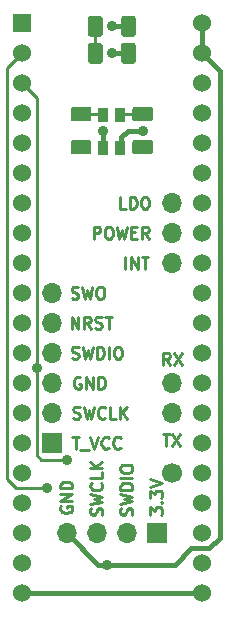
<source format=gtl>
G04 #@! TF.GenerationSoftware,KiCad,Pcbnew,5.1.4*
G04 #@! TF.CreationDate,2019-09-02T18:10:03+03:00*
G04 #@! TF.ProjectId,bluepill_stlink,626c7565-7069-46c6-9c5f-73746c696e6b,rev?*
G04 #@! TF.SameCoordinates,Original*
G04 #@! TF.FileFunction,Copper,L1,Top*
G04 #@! TF.FilePolarity,Positive*
%FSLAX46Y46*%
G04 Gerber Fmt 4.6, Leading zero omitted, Abs format (unit mm)*
G04 Created by KiCad (PCBNEW 5.1.4) date 2019-09-02 18:10:03*
%MOMM*%
%LPD*%
G04 APERTURE LIST*
%ADD10C,0.250000*%
%ADD11O,1.700000X1.700000*%
%ADD12R,0.900000X1.200000*%
%ADD13C,1.700000*%
%ADD14R,1.700000X1.700000*%
%ADD15C,1.524000*%
%ADD16R,1.524000X1.524000*%
%ADD17C,0.100000*%
%ADD18C,1.250000*%
%ADD19C,0.900000*%
%ADD20C,0.400000*%
G04 APERTURE END LIST*
D10*
X31472476Y-43632380D02*
X31472476Y-42632380D01*
X31853428Y-42632380D01*
X31948666Y-42680000D01*
X31996285Y-42727619D01*
X32043904Y-42822857D01*
X32043904Y-42965714D01*
X31996285Y-43060952D01*
X31948666Y-43108571D01*
X31853428Y-43156190D01*
X31472476Y-43156190D01*
X32662952Y-42632380D02*
X32853428Y-42632380D01*
X32948666Y-42680000D01*
X33043904Y-42775238D01*
X33091523Y-42965714D01*
X33091523Y-43299047D01*
X33043904Y-43489523D01*
X32948666Y-43584761D01*
X32853428Y-43632380D01*
X32662952Y-43632380D01*
X32567714Y-43584761D01*
X32472476Y-43489523D01*
X32424857Y-43299047D01*
X32424857Y-42965714D01*
X32472476Y-42775238D01*
X32567714Y-42680000D01*
X32662952Y-42632380D01*
X33424857Y-42632380D02*
X33662952Y-43632380D01*
X33853428Y-42918095D01*
X34043904Y-43632380D01*
X34282000Y-42632380D01*
X34662952Y-43108571D02*
X34996285Y-43108571D01*
X35139142Y-43632380D02*
X34662952Y-43632380D01*
X34662952Y-42632380D01*
X35139142Y-42632380D01*
X36139142Y-43632380D02*
X35805809Y-43156190D01*
X35567714Y-43632380D02*
X35567714Y-42632380D01*
X35948666Y-42632380D01*
X36043904Y-42680000D01*
X36091523Y-42727619D01*
X36139142Y-42822857D01*
X36139142Y-42965714D01*
X36091523Y-43060952D01*
X36043904Y-43108571D01*
X35948666Y-43156190D01*
X35567714Y-43156190D01*
X34210714Y-41092380D02*
X33734523Y-41092380D01*
X33734523Y-40092380D01*
X34544047Y-41092380D02*
X34544047Y-40092380D01*
X34782142Y-40092380D01*
X34925000Y-40140000D01*
X35020238Y-40235238D01*
X35067857Y-40330476D01*
X35115476Y-40520952D01*
X35115476Y-40663809D01*
X35067857Y-40854285D01*
X35020238Y-40949523D01*
X34925000Y-41044761D01*
X34782142Y-41092380D01*
X34544047Y-41092380D01*
X35734523Y-40092380D02*
X35925000Y-40092380D01*
X36020238Y-40140000D01*
X36115476Y-40235238D01*
X36163095Y-40425714D01*
X36163095Y-40759047D01*
X36115476Y-40949523D01*
X36020238Y-41044761D01*
X35925000Y-41092380D01*
X35734523Y-41092380D01*
X35639285Y-41044761D01*
X35544047Y-40949523D01*
X35496428Y-40759047D01*
X35496428Y-40425714D01*
X35544047Y-40235238D01*
X35639285Y-40140000D01*
X35734523Y-40092380D01*
X34147238Y-46172380D02*
X34147238Y-45172380D01*
X34623428Y-46172380D02*
X34623428Y-45172380D01*
X35194857Y-46172380D01*
X35194857Y-45172380D01*
X35528190Y-45172380D02*
X36099619Y-45172380D01*
X35813904Y-46172380D02*
X35813904Y-45172380D01*
X32154761Y-67031904D02*
X32202380Y-66889047D01*
X32202380Y-66650952D01*
X32154761Y-66555714D01*
X32107142Y-66508095D01*
X32011904Y-66460476D01*
X31916666Y-66460476D01*
X31821428Y-66508095D01*
X31773809Y-66555714D01*
X31726190Y-66650952D01*
X31678571Y-66841428D01*
X31630952Y-66936666D01*
X31583333Y-66984285D01*
X31488095Y-67031904D01*
X31392857Y-67031904D01*
X31297619Y-66984285D01*
X31250000Y-66936666D01*
X31202380Y-66841428D01*
X31202380Y-66603333D01*
X31250000Y-66460476D01*
X31202380Y-66127142D02*
X32202380Y-65889047D01*
X31488095Y-65698571D01*
X32202380Y-65508095D01*
X31202380Y-65270000D01*
X32107142Y-64317619D02*
X32154761Y-64365238D01*
X32202380Y-64508095D01*
X32202380Y-64603333D01*
X32154761Y-64746190D01*
X32059523Y-64841428D01*
X31964285Y-64889047D01*
X31773809Y-64936666D01*
X31630952Y-64936666D01*
X31440476Y-64889047D01*
X31345238Y-64841428D01*
X31250000Y-64746190D01*
X31202380Y-64603333D01*
X31202380Y-64508095D01*
X31250000Y-64365238D01*
X31297619Y-64317619D01*
X32202380Y-63412857D02*
X32202380Y-63889047D01*
X31202380Y-63889047D01*
X32202380Y-63079523D02*
X31202380Y-63079523D01*
X32202380Y-62508095D02*
X31630952Y-62936666D01*
X31202380Y-62508095D02*
X31773809Y-63079523D01*
X34694761Y-67016047D02*
X34742380Y-66873190D01*
X34742380Y-66635095D01*
X34694761Y-66539857D01*
X34647142Y-66492238D01*
X34551904Y-66444619D01*
X34456666Y-66444619D01*
X34361428Y-66492238D01*
X34313809Y-66539857D01*
X34266190Y-66635095D01*
X34218571Y-66825571D01*
X34170952Y-66920809D01*
X34123333Y-66968428D01*
X34028095Y-67016047D01*
X33932857Y-67016047D01*
X33837619Y-66968428D01*
X33790000Y-66920809D01*
X33742380Y-66825571D01*
X33742380Y-66587476D01*
X33790000Y-66444619D01*
X33742380Y-66111285D02*
X34742380Y-65873190D01*
X34028095Y-65682714D01*
X34742380Y-65492238D01*
X33742380Y-65254142D01*
X34742380Y-64873190D02*
X33742380Y-64873190D01*
X33742380Y-64635095D01*
X33790000Y-64492238D01*
X33885238Y-64397000D01*
X33980476Y-64349380D01*
X34170952Y-64301761D01*
X34313809Y-64301761D01*
X34504285Y-64349380D01*
X34599523Y-64397000D01*
X34694761Y-64492238D01*
X34742380Y-64635095D01*
X34742380Y-64873190D01*
X34742380Y-63873190D02*
X33742380Y-63873190D01*
X33742380Y-63206523D02*
X33742380Y-63016047D01*
X33790000Y-62920809D01*
X33885238Y-62825571D01*
X34075714Y-62777952D01*
X34409047Y-62777952D01*
X34599523Y-62825571D01*
X34694761Y-62920809D01*
X34742380Y-63016047D01*
X34742380Y-63206523D01*
X34694761Y-63301761D01*
X34599523Y-63397000D01*
X34409047Y-63444619D01*
X34075714Y-63444619D01*
X33885238Y-63397000D01*
X33790000Y-63301761D01*
X33742380Y-63206523D01*
X28710000Y-66293904D02*
X28662380Y-66389142D01*
X28662380Y-66532000D01*
X28710000Y-66674857D01*
X28805238Y-66770095D01*
X28900476Y-66817714D01*
X29090952Y-66865333D01*
X29233809Y-66865333D01*
X29424285Y-66817714D01*
X29519523Y-66770095D01*
X29614761Y-66674857D01*
X29662380Y-66532000D01*
X29662380Y-66436761D01*
X29614761Y-66293904D01*
X29567142Y-66246285D01*
X29233809Y-66246285D01*
X29233809Y-66436761D01*
X29662380Y-65817714D02*
X28662380Y-65817714D01*
X29662380Y-65246285D01*
X28662380Y-65246285D01*
X29662380Y-64770095D02*
X28662380Y-64770095D01*
X28662380Y-64532000D01*
X28710000Y-64389142D01*
X28805238Y-64293904D01*
X28900476Y-64246285D01*
X29090952Y-64198666D01*
X29233809Y-64198666D01*
X29424285Y-64246285D01*
X29519523Y-64293904D01*
X29614761Y-64389142D01*
X29662380Y-64532000D01*
X29662380Y-64770095D01*
X36282380Y-67008190D02*
X36282380Y-66389142D01*
X36663333Y-66722476D01*
X36663333Y-66579619D01*
X36710952Y-66484380D01*
X36758571Y-66436761D01*
X36853809Y-66389142D01*
X37091904Y-66389142D01*
X37187142Y-66436761D01*
X37234761Y-66484380D01*
X37282380Y-66579619D01*
X37282380Y-66865333D01*
X37234761Y-66960571D01*
X37187142Y-67008190D01*
X37187142Y-65960571D02*
X37234761Y-65912952D01*
X37282380Y-65960571D01*
X37234761Y-66008190D01*
X37187142Y-65960571D01*
X37282380Y-65960571D01*
X36282380Y-65579619D02*
X36282380Y-64960571D01*
X36663333Y-65293904D01*
X36663333Y-65151047D01*
X36710952Y-65055809D01*
X36758571Y-65008190D01*
X36853809Y-64960571D01*
X37091904Y-64960571D01*
X37187142Y-65008190D01*
X37234761Y-65055809D01*
X37282380Y-65151047D01*
X37282380Y-65436761D01*
X37234761Y-65532000D01*
X37187142Y-65579619D01*
X36282380Y-64674857D02*
X37282380Y-64341523D01*
X36282380Y-64008190D01*
X37933333Y-54300380D02*
X37600000Y-53824190D01*
X37361904Y-54300380D02*
X37361904Y-53300380D01*
X37742857Y-53300380D01*
X37838095Y-53348000D01*
X37885714Y-53395619D01*
X37933333Y-53490857D01*
X37933333Y-53633714D01*
X37885714Y-53728952D01*
X37838095Y-53776571D01*
X37742857Y-53824190D01*
X37361904Y-53824190D01*
X38266666Y-53300380D02*
X38933333Y-54300380D01*
X38933333Y-53300380D02*
X38266666Y-54300380D01*
X37338095Y-60158380D02*
X37909523Y-60158380D01*
X37623809Y-61158380D02*
X37623809Y-60158380D01*
X38147619Y-60158380D02*
X38814285Y-61158380D01*
X38814285Y-60158380D02*
X38147619Y-61158380D01*
X29607047Y-48664761D02*
X29749904Y-48712380D01*
X29988000Y-48712380D01*
X30083238Y-48664761D01*
X30130857Y-48617142D01*
X30178476Y-48521904D01*
X30178476Y-48426666D01*
X30130857Y-48331428D01*
X30083238Y-48283809D01*
X29988000Y-48236190D01*
X29797523Y-48188571D01*
X29702285Y-48140952D01*
X29654666Y-48093333D01*
X29607047Y-47998095D01*
X29607047Y-47902857D01*
X29654666Y-47807619D01*
X29702285Y-47760000D01*
X29797523Y-47712380D01*
X30035619Y-47712380D01*
X30178476Y-47760000D01*
X30511809Y-47712380D02*
X30749904Y-48712380D01*
X30940380Y-47998095D01*
X31130857Y-48712380D01*
X31368952Y-47712380D01*
X31940380Y-47712380D02*
X32130857Y-47712380D01*
X32226095Y-47760000D01*
X32321333Y-47855238D01*
X32368952Y-48045714D01*
X32368952Y-48379047D01*
X32321333Y-48569523D01*
X32226095Y-48664761D01*
X32130857Y-48712380D01*
X31940380Y-48712380D01*
X31845142Y-48664761D01*
X31749904Y-48569523D01*
X31702285Y-48379047D01*
X31702285Y-48045714D01*
X31749904Y-47855238D01*
X31845142Y-47760000D01*
X31940380Y-47712380D01*
X29599142Y-51252380D02*
X29599142Y-50252380D01*
X30170571Y-51252380D01*
X30170571Y-50252380D01*
X31218190Y-51252380D02*
X30884857Y-50776190D01*
X30646761Y-51252380D02*
X30646761Y-50252380D01*
X31027714Y-50252380D01*
X31122952Y-50300000D01*
X31170571Y-50347619D01*
X31218190Y-50442857D01*
X31218190Y-50585714D01*
X31170571Y-50680952D01*
X31122952Y-50728571D01*
X31027714Y-50776190D01*
X30646761Y-50776190D01*
X31599142Y-51204761D02*
X31742000Y-51252380D01*
X31980095Y-51252380D01*
X32075333Y-51204761D01*
X32122952Y-51157142D01*
X32170571Y-51061904D01*
X32170571Y-50966666D01*
X32122952Y-50871428D01*
X32075333Y-50823809D01*
X31980095Y-50776190D01*
X31789619Y-50728571D01*
X31694380Y-50680952D01*
X31646761Y-50633333D01*
X31599142Y-50538095D01*
X31599142Y-50442857D01*
X31646761Y-50347619D01*
X31694380Y-50300000D01*
X31789619Y-50252380D01*
X32027714Y-50252380D01*
X32170571Y-50300000D01*
X32456285Y-50252380D02*
X33027714Y-50252380D01*
X32742000Y-51252380D02*
X32742000Y-50252380D01*
X29630952Y-53744761D02*
X29773809Y-53792380D01*
X30011904Y-53792380D01*
X30107142Y-53744761D01*
X30154761Y-53697142D01*
X30202380Y-53601904D01*
X30202380Y-53506666D01*
X30154761Y-53411428D01*
X30107142Y-53363809D01*
X30011904Y-53316190D01*
X29821428Y-53268571D01*
X29726190Y-53220952D01*
X29678571Y-53173333D01*
X29630952Y-53078095D01*
X29630952Y-52982857D01*
X29678571Y-52887619D01*
X29726190Y-52840000D01*
X29821428Y-52792380D01*
X30059523Y-52792380D01*
X30202380Y-52840000D01*
X30535714Y-52792380D02*
X30773809Y-53792380D01*
X30964285Y-53078095D01*
X31154761Y-53792380D01*
X31392857Y-52792380D01*
X31773809Y-53792380D02*
X31773809Y-52792380D01*
X32011904Y-52792380D01*
X32154761Y-52840000D01*
X32250000Y-52935238D01*
X32297619Y-53030476D01*
X32345238Y-53220952D01*
X32345238Y-53363809D01*
X32297619Y-53554285D01*
X32250000Y-53649523D01*
X32154761Y-53744761D01*
X32011904Y-53792380D01*
X31773809Y-53792380D01*
X32773809Y-53792380D02*
X32773809Y-52792380D01*
X33440476Y-52792380D02*
X33630952Y-52792380D01*
X33726190Y-52840000D01*
X33821428Y-52935238D01*
X33869047Y-53125714D01*
X33869047Y-53459047D01*
X33821428Y-53649523D01*
X33726190Y-53744761D01*
X33630952Y-53792380D01*
X33440476Y-53792380D01*
X33345238Y-53744761D01*
X33250000Y-53649523D01*
X33202380Y-53459047D01*
X33202380Y-53125714D01*
X33250000Y-52935238D01*
X33345238Y-52840000D01*
X33440476Y-52792380D01*
X29654761Y-60412380D02*
X30226190Y-60412380D01*
X29940476Y-61412380D02*
X29940476Y-60412380D01*
X30321428Y-61507619D02*
X31083333Y-61507619D01*
X31178571Y-60412380D02*
X31511904Y-61412380D01*
X31845238Y-60412380D01*
X32750000Y-61317142D02*
X32702380Y-61364761D01*
X32559523Y-61412380D01*
X32464285Y-61412380D01*
X32321428Y-61364761D01*
X32226190Y-61269523D01*
X32178571Y-61174285D01*
X32130952Y-60983809D01*
X32130952Y-60840952D01*
X32178571Y-60650476D01*
X32226190Y-60555238D01*
X32321428Y-60460000D01*
X32464285Y-60412380D01*
X32559523Y-60412380D01*
X32702380Y-60460000D01*
X32750000Y-60507619D01*
X33750000Y-61317142D02*
X33702380Y-61364761D01*
X33559523Y-61412380D01*
X33464285Y-61412380D01*
X33321428Y-61364761D01*
X33226190Y-61269523D01*
X33178571Y-61174285D01*
X33130952Y-60983809D01*
X33130952Y-60840952D01*
X33178571Y-60650476D01*
X33226190Y-60555238D01*
X33321428Y-60460000D01*
X33464285Y-60412380D01*
X33559523Y-60412380D01*
X33702380Y-60460000D01*
X33750000Y-60507619D01*
X29742095Y-58824761D02*
X29884952Y-58872380D01*
X30123047Y-58872380D01*
X30218285Y-58824761D01*
X30265904Y-58777142D01*
X30313523Y-58681904D01*
X30313523Y-58586666D01*
X30265904Y-58491428D01*
X30218285Y-58443809D01*
X30123047Y-58396190D01*
X29932571Y-58348571D01*
X29837333Y-58300952D01*
X29789714Y-58253333D01*
X29742095Y-58158095D01*
X29742095Y-58062857D01*
X29789714Y-57967619D01*
X29837333Y-57920000D01*
X29932571Y-57872380D01*
X30170666Y-57872380D01*
X30313523Y-57920000D01*
X30646857Y-57872380D02*
X30884952Y-58872380D01*
X31075428Y-58158095D01*
X31265904Y-58872380D01*
X31504000Y-57872380D01*
X32456380Y-58777142D02*
X32408761Y-58824761D01*
X32265904Y-58872380D01*
X32170666Y-58872380D01*
X32027809Y-58824761D01*
X31932571Y-58729523D01*
X31884952Y-58634285D01*
X31837333Y-58443809D01*
X31837333Y-58300952D01*
X31884952Y-58110476D01*
X31932571Y-58015238D01*
X32027809Y-57920000D01*
X32170666Y-57872380D01*
X32265904Y-57872380D01*
X32408761Y-57920000D01*
X32456380Y-57967619D01*
X33361142Y-58872380D02*
X32884952Y-58872380D01*
X32884952Y-57872380D01*
X33694476Y-58872380D02*
X33694476Y-57872380D01*
X34265904Y-58872380D02*
X33837333Y-58300952D01*
X34265904Y-57872380D02*
X33694476Y-58443809D01*
X30353095Y-55380000D02*
X30257857Y-55332380D01*
X30115000Y-55332380D01*
X29972142Y-55380000D01*
X29876904Y-55475238D01*
X29829285Y-55570476D01*
X29781666Y-55760952D01*
X29781666Y-55903809D01*
X29829285Y-56094285D01*
X29876904Y-56189523D01*
X29972142Y-56284761D01*
X30115000Y-56332380D01*
X30210238Y-56332380D01*
X30353095Y-56284761D01*
X30400714Y-56237142D01*
X30400714Y-55903809D01*
X30210238Y-55903809D01*
X30829285Y-56332380D02*
X30829285Y-55332380D01*
X31400714Y-56332380D01*
X31400714Y-55332380D01*
X31876904Y-56332380D02*
X31876904Y-55332380D01*
X32115000Y-55332380D01*
X32257857Y-55380000D01*
X32353095Y-55475238D01*
X32400714Y-55570476D01*
X32448333Y-55760952D01*
X32448333Y-55903809D01*
X32400714Y-56094285D01*
X32353095Y-56189523D01*
X32257857Y-56284761D01*
X32115000Y-56332380D01*
X31876904Y-56332380D01*
D11*
X38100000Y-45720000D03*
X38100000Y-43180000D03*
X38100000Y-40640000D03*
D12*
X32295000Y-35944000D03*
X33745000Y-33144000D03*
X33745000Y-35944000D03*
X32295000Y-33144000D03*
D13*
X38100000Y-63500000D03*
D11*
X29210000Y-68580000D03*
X31750000Y-68580000D03*
X34290000Y-68580000D03*
D14*
X36830000Y-68580000D03*
D11*
X27940000Y-48260000D03*
X27940000Y-50800000D03*
X27940000Y-53340000D03*
X27940000Y-55880000D03*
X27940000Y-58420000D03*
D14*
X27940000Y-60960000D03*
D11*
X38100000Y-55880000D03*
X38100000Y-58420000D03*
D15*
X40640000Y-25400000D03*
X40640000Y-27940000D03*
X40640000Y-30480000D03*
X40640000Y-33020000D03*
X40640000Y-35560000D03*
X40640000Y-38100000D03*
X40640000Y-40640000D03*
X40640000Y-43180000D03*
X40640000Y-45720000D03*
X40640000Y-48260000D03*
X40640000Y-50800000D03*
X40640000Y-53340000D03*
X40640000Y-55880000D03*
X40640000Y-58420000D03*
X40640000Y-60960000D03*
X40640000Y-63500000D03*
X40640000Y-66040000D03*
X40640000Y-68580000D03*
X40640000Y-71120000D03*
X40640000Y-73660000D03*
X25400000Y-73660000D03*
X25400000Y-71120000D03*
X25400000Y-68580000D03*
X25400000Y-66040000D03*
X25400000Y-63500000D03*
X25400000Y-60960000D03*
X25400000Y-58420000D03*
X25400000Y-55880000D03*
X25400000Y-53340000D03*
X25400000Y-50800000D03*
X25400000Y-48260000D03*
X25400000Y-45720000D03*
X25400000Y-43180000D03*
X25400000Y-40640000D03*
X25400000Y-38100000D03*
X25400000Y-35560000D03*
X25400000Y-33020000D03*
X25400000Y-30480000D03*
X25400000Y-27940000D03*
D16*
X25400000Y-25400000D03*
D17*
G36*
X32019504Y-24780204D02*
G01*
X32043773Y-24783804D01*
X32067571Y-24789765D01*
X32090671Y-24798030D01*
X32112849Y-24808520D01*
X32133893Y-24821133D01*
X32153598Y-24835747D01*
X32171777Y-24852223D01*
X32188253Y-24870402D01*
X32202867Y-24890107D01*
X32215480Y-24911151D01*
X32225970Y-24933329D01*
X32234235Y-24956429D01*
X32240196Y-24980227D01*
X32243796Y-25004496D01*
X32245000Y-25029000D01*
X32245000Y-26279000D01*
X32243796Y-26303504D01*
X32240196Y-26327773D01*
X32234235Y-26351571D01*
X32225970Y-26374671D01*
X32215480Y-26396849D01*
X32202867Y-26417893D01*
X32188253Y-26437598D01*
X32171777Y-26455777D01*
X32153598Y-26472253D01*
X32133893Y-26486867D01*
X32112849Y-26499480D01*
X32090671Y-26509970D01*
X32067571Y-26518235D01*
X32043773Y-26524196D01*
X32019504Y-26527796D01*
X31995000Y-26529000D01*
X31245000Y-26529000D01*
X31220496Y-26527796D01*
X31196227Y-26524196D01*
X31172429Y-26518235D01*
X31149329Y-26509970D01*
X31127151Y-26499480D01*
X31106107Y-26486867D01*
X31086402Y-26472253D01*
X31068223Y-26455777D01*
X31051747Y-26437598D01*
X31037133Y-26417893D01*
X31024520Y-26396849D01*
X31014030Y-26374671D01*
X31005765Y-26351571D01*
X30999804Y-26327773D01*
X30996204Y-26303504D01*
X30995000Y-26279000D01*
X30995000Y-25029000D01*
X30996204Y-25004496D01*
X30999804Y-24980227D01*
X31005765Y-24956429D01*
X31014030Y-24933329D01*
X31024520Y-24911151D01*
X31037133Y-24890107D01*
X31051747Y-24870402D01*
X31068223Y-24852223D01*
X31086402Y-24835747D01*
X31106107Y-24821133D01*
X31127151Y-24808520D01*
X31149329Y-24798030D01*
X31172429Y-24789765D01*
X31196227Y-24783804D01*
X31220496Y-24780204D01*
X31245000Y-24779000D01*
X31995000Y-24779000D01*
X32019504Y-24780204D01*
X32019504Y-24780204D01*
G37*
D18*
X31620000Y-25654000D03*
D17*
G36*
X34819504Y-24780204D02*
G01*
X34843773Y-24783804D01*
X34867571Y-24789765D01*
X34890671Y-24798030D01*
X34912849Y-24808520D01*
X34933893Y-24821133D01*
X34953598Y-24835747D01*
X34971777Y-24852223D01*
X34988253Y-24870402D01*
X35002867Y-24890107D01*
X35015480Y-24911151D01*
X35025970Y-24933329D01*
X35034235Y-24956429D01*
X35040196Y-24980227D01*
X35043796Y-25004496D01*
X35045000Y-25029000D01*
X35045000Y-26279000D01*
X35043796Y-26303504D01*
X35040196Y-26327773D01*
X35034235Y-26351571D01*
X35025970Y-26374671D01*
X35015480Y-26396849D01*
X35002867Y-26417893D01*
X34988253Y-26437598D01*
X34971777Y-26455777D01*
X34953598Y-26472253D01*
X34933893Y-26486867D01*
X34912849Y-26499480D01*
X34890671Y-26509970D01*
X34867571Y-26518235D01*
X34843773Y-26524196D01*
X34819504Y-26527796D01*
X34795000Y-26529000D01*
X34045000Y-26529000D01*
X34020496Y-26527796D01*
X33996227Y-26524196D01*
X33972429Y-26518235D01*
X33949329Y-26509970D01*
X33927151Y-26499480D01*
X33906107Y-26486867D01*
X33886402Y-26472253D01*
X33868223Y-26455777D01*
X33851747Y-26437598D01*
X33837133Y-26417893D01*
X33824520Y-26396849D01*
X33814030Y-26374671D01*
X33805765Y-26351571D01*
X33799804Y-26327773D01*
X33796204Y-26303504D01*
X33795000Y-26279000D01*
X33795000Y-25029000D01*
X33796204Y-25004496D01*
X33799804Y-24980227D01*
X33805765Y-24956429D01*
X33814030Y-24933329D01*
X33824520Y-24911151D01*
X33837133Y-24890107D01*
X33851747Y-24870402D01*
X33868223Y-24852223D01*
X33886402Y-24835747D01*
X33906107Y-24821133D01*
X33927151Y-24808520D01*
X33949329Y-24798030D01*
X33972429Y-24789765D01*
X33996227Y-24783804D01*
X34020496Y-24780204D01*
X34045000Y-24779000D01*
X34795000Y-24779000D01*
X34819504Y-24780204D01*
X34819504Y-24780204D01*
G37*
D18*
X34420000Y-25654000D03*
D17*
G36*
X36273004Y-32456704D02*
G01*
X36297273Y-32460304D01*
X36321071Y-32466265D01*
X36344171Y-32474530D01*
X36366349Y-32485020D01*
X36387393Y-32497633D01*
X36407098Y-32512247D01*
X36425277Y-32528723D01*
X36441753Y-32546902D01*
X36456367Y-32566607D01*
X36468980Y-32587651D01*
X36479470Y-32609829D01*
X36487735Y-32632929D01*
X36493696Y-32656727D01*
X36497296Y-32680996D01*
X36498500Y-32705500D01*
X36498500Y-33455500D01*
X36497296Y-33480004D01*
X36493696Y-33504273D01*
X36487735Y-33528071D01*
X36479470Y-33551171D01*
X36468980Y-33573349D01*
X36456367Y-33594393D01*
X36441753Y-33614098D01*
X36425277Y-33632277D01*
X36407098Y-33648753D01*
X36387393Y-33663367D01*
X36366349Y-33675980D01*
X36344171Y-33686470D01*
X36321071Y-33694735D01*
X36297273Y-33700696D01*
X36273004Y-33704296D01*
X36248500Y-33705500D01*
X34998500Y-33705500D01*
X34973996Y-33704296D01*
X34949727Y-33700696D01*
X34925929Y-33694735D01*
X34902829Y-33686470D01*
X34880651Y-33675980D01*
X34859607Y-33663367D01*
X34839902Y-33648753D01*
X34821723Y-33632277D01*
X34805247Y-33614098D01*
X34790633Y-33594393D01*
X34778020Y-33573349D01*
X34767530Y-33551171D01*
X34759265Y-33528071D01*
X34753304Y-33504273D01*
X34749704Y-33480004D01*
X34748500Y-33455500D01*
X34748500Y-32705500D01*
X34749704Y-32680996D01*
X34753304Y-32656727D01*
X34759265Y-32632929D01*
X34767530Y-32609829D01*
X34778020Y-32587651D01*
X34790633Y-32566607D01*
X34805247Y-32546902D01*
X34821723Y-32528723D01*
X34839902Y-32512247D01*
X34859607Y-32497633D01*
X34880651Y-32485020D01*
X34902829Y-32474530D01*
X34925929Y-32466265D01*
X34949727Y-32460304D01*
X34973996Y-32456704D01*
X34998500Y-32455500D01*
X36248500Y-32455500D01*
X36273004Y-32456704D01*
X36273004Y-32456704D01*
G37*
D18*
X35623500Y-33080500D03*
D17*
G36*
X36273004Y-35256704D02*
G01*
X36297273Y-35260304D01*
X36321071Y-35266265D01*
X36344171Y-35274530D01*
X36366349Y-35285020D01*
X36387393Y-35297633D01*
X36407098Y-35312247D01*
X36425277Y-35328723D01*
X36441753Y-35346902D01*
X36456367Y-35366607D01*
X36468980Y-35387651D01*
X36479470Y-35409829D01*
X36487735Y-35432929D01*
X36493696Y-35456727D01*
X36497296Y-35480996D01*
X36498500Y-35505500D01*
X36498500Y-36255500D01*
X36497296Y-36280004D01*
X36493696Y-36304273D01*
X36487735Y-36328071D01*
X36479470Y-36351171D01*
X36468980Y-36373349D01*
X36456367Y-36394393D01*
X36441753Y-36414098D01*
X36425277Y-36432277D01*
X36407098Y-36448753D01*
X36387393Y-36463367D01*
X36366349Y-36475980D01*
X36344171Y-36486470D01*
X36321071Y-36494735D01*
X36297273Y-36500696D01*
X36273004Y-36504296D01*
X36248500Y-36505500D01*
X34998500Y-36505500D01*
X34973996Y-36504296D01*
X34949727Y-36500696D01*
X34925929Y-36494735D01*
X34902829Y-36486470D01*
X34880651Y-36475980D01*
X34859607Y-36463367D01*
X34839902Y-36448753D01*
X34821723Y-36432277D01*
X34805247Y-36414098D01*
X34790633Y-36394393D01*
X34778020Y-36373349D01*
X34767530Y-36351171D01*
X34759265Y-36328071D01*
X34753304Y-36304273D01*
X34749704Y-36280004D01*
X34748500Y-36255500D01*
X34748500Y-35505500D01*
X34749704Y-35480996D01*
X34753304Y-35456727D01*
X34759265Y-35432929D01*
X34767530Y-35409829D01*
X34778020Y-35387651D01*
X34790633Y-35366607D01*
X34805247Y-35346902D01*
X34821723Y-35328723D01*
X34839902Y-35312247D01*
X34859607Y-35297633D01*
X34880651Y-35285020D01*
X34902829Y-35274530D01*
X34925929Y-35266265D01*
X34949727Y-35260304D01*
X34973996Y-35256704D01*
X34998500Y-35255500D01*
X36248500Y-35255500D01*
X36273004Y-35256704D01*
X36273004Y-35256704D01*
G37*
D18*
X35623500Y-35880500D03*
D17*
G36*
X31066004Y-32456704D02*
G01*
X31090273Y-32460304D01*
X31114071Y-32466265D01*
X31137171Y-32474530D01*
X31159349Y-32485020D01*
X31180393Y-32497633D01*
X31200098Y-32512247D01*
X31218277Y-32528723D01*
X31234753Y-32546902D01*
X31249367Y-32566607D01*
X31261980Y-32587651D01*
X31272470Y-32609829D01*
X31280735Y-32632929D01*
X31286696Y-32656727D01*
X31290296Y-32680996D01*
X31291500Y-32705500D01*
X31291500Y-33455500D01*
X31290296Y-33480004D01*
X31286696Y-33504273D01*
X31280735Y-33528071D01*
X31272470Y-33551171D01*
X31261980Y-33573349D01*
X31249367Y-33594393D01*
X31234753Y-33614098D01*
X31218277Y-33632277D01*
X31200098Y-33648753D01*
X31180393Y-33663367D01*
X31159349Y-33675980D01*
X31137171Y-33686470D01*
X31114071Y-33694735D01*
X31090273Y-33700696D01*
X31066004Y-33704296D01*
X31041500Y-33705500D01*
X29791500Y-33705500D01*
X29766996Y-33704296D01*
X29742727Y-33700696D01*
X29718929Y-33694735D01*
X29695829Y-33686470D01*
X29673651Y-33675980D01*
X29652607Y-33663367D01*
X29632902Y-33648753D01*
X29614723Y-33632277D01*
X29598247Y-33614098D01*
X29583633Y-33594393D01*
X29571020Y-33573349D01*
X29560530Y-33551171D01*
X29552265Y-33528071D01*
X29546304Y-33504273D01*
X29542704Y-33480004D01*
X29541500Y-33455500D01*
X29541500Y-32705500D01*
X29542704Y-32680996D01*
X29546304Y-32656727D01*
X29552265Y-32632929D01*
X29560530Y-32609829D01*
X29571020Y-32587651D01*
X29583633Y-32566607D01*
X29598247Y-32546902D01*
X29614723Y-32528723D01*
X29632902Y-32512247D01*
X29652607Y-32497633D01*
X29673651Y-32485020D01*
X29695829Y-32474530D01*
X29718929Y-32466265D01*
X29742727Y-32460304D01*
X29766996Y-32456704D01*
X29791500Y-32455500D01*
X31041500Y-32455500D01*
X31066004Y-32456704D01*
X31066004Y-32456704D01*
G37*
D18*
X30416500Y-33080500D03*
D17*
G36*
X31066004Y-35256704D02*
G01*
X31090273Y-35260304D01*
X31114071Y-35266265D01*
X31137171Y-35274530D01*
X31159349Y-35285020D01*
X31180393Y-35297633D01*
X31200098Y-35312247D01*
X31218277Y-35328723D01*
X31234753Y-35346902D01*
X31249367Y-35366607D01*
X31261980Y-35387651D01*
X31272470Y-35409829D01*
X31280735Y-35432929D01*
X31286696Y-35456727D01*
X31290296Y-35480996D01*
X31291500Y-35505500D01*
X31291500Y-36255500D01*
X31290296Y-36280004D01*
X31286696Y-36304273D01*
X31280735Y-36328071D01*
X31272470Y-36351171D01*
X31261980Y-36373349D01*
X31249367Y-36394393D01*
X31234753Y-36414098D01*
X31218277Y-36432277D01*
X31200098Y-36448753D01*
X31180393Y-36463367D01*
X31159349Y-36475980D01*
X31137171Y-36486470D01*
X31114071Y-36494735D01*
X31090273Y-36500696D01*
X31066004Y-36504296D01*
X31041500Y-36505500D01*
X29791500Y-36505500D01*
X29766996Y-36504296D01*
X29742727Y-36500696D01*
X29718929Y-36494735D01*
X29695829Y-36486470D01*
X29673651Y-36475980D01*
X29652607Y-36463367D01*
X29632902Y-36448753D01*
X29614723Y-36432277D01*
X29598247Y-36414098D01*
X29583633Y-36394393D01*
X29571020Y-36373349D01*
X29560530Y-36351171D01*
X29552265Y-36328071D01*
X29546304Y-36304273D01*
X29542704Y-36280004D01*
X29541500Y-36255500D01*
X29541500Y-35505500D01*
X29542704Y-35480996D01*
X29546304Y-35456727D01*
X29552265Y-35432929D01*
X29560530Y-35409829D01*
X29571020Y-35387651D01*
X29583633Y-35366607D01*
X29598247Y-35346902D01*
X29614723Y-35328723D01*
X29632902Y-35312247D01*
X29652607Y-35297633D01*
X29673651Y-35285020D01*
X29695829Y-35274530D01*
X29718929Y-35266265D01*
X29742727Y-35260304D01*
X29766996Y-35256704D01*
X29791500Y-35255500D01*
X31041500Y-35255500D01*
X31066004Y-35256704D01*
X31066004Y-35256704D01*
G37*
D18*
X30416500Y-35880500D03*
D17*
G36*
X32019504Y-27061124D02*
G01*
X32043773Y-27064724D01*
X32067571Y-27070685D01*
X32090671Y-27078950D01*
X32112849Y-27089440D01*
X32133893Y-27102053D01*
X32153598Y-27116667D01*
X32171777Y-27133143D01*
X32188253Y-27151322D01*
X32202867Y-27171027D01*
X32215480Y-27192071D01*
X32225970Y-27214249D01*
X32234235Y-27237349D01*
X32240196Y-27261147D01*
X32243796Y-27285416D01*
X32245000Y-27309920D01*
X32245000Y-28559920D01*
X32243796Y-28584424D01*
X32240196Y-28608693D01*
X32234235Y-28632491D01*
X32225970Y-28655591D01*
X32215480Y-28677769D01*
X32202867Y-28698813D01*
X32188253Y-28718518D01*
X32171777Y-28736697D01*
X32153598Y-28753173D01*
X32133893Y-28767787D01*
X32112849Y-28780400D01*
X32090671Y-28790890D01*
X32067571Y-28799155D01*
X32043773Y-28805116D01*
X32019504Y-28808716D01*
X31995000Y-28809920D01*
X31245000Y-28809920D01*
X31220496Y-28808716D01*
X31196227Y-28805116D01*
X31172429Y-28799155D01*
X31149329Y-28790890D01*
X31127151Y-28780400D01*
X31106107Y-28767787D01*
X31086402Y-28753173D01*
X31068223Y-28736697D01*
X31051747Y-28718518D01*
X31037133Y-28698813D01*
X31024520Y-28677769D01*
X31014030Y-28655591D01*
X31005765Y-28632491D01*
X30999804Y-28608693D01*
X30996204Y-28584424D01*
X30995000Y-28559920D01*
X30995000Y-27309920D01*
X30996204Y-27285416D01*
X30999804Y-27261147D01*
X31005765Y-27237349D01*
X31014030Y-27214249D01*
X31024520Y-27192071D01*
X31037133Y-27171027D01*
X31051747Y-27151322D01*
X31068223Y-27133143D01*
X31086402Y-27116667D01*
X31106107Y-27102053D01*
X31127151Y-27089440D01*
X31149329Y-27078950D01*
X31172429Y-27070685D01*
X31196227Y-27064724D01*
X31220496Y-27061124D01*
X31245000Y-27059920D01*
X31995000Y-27059920D01*
X32019504Y-27061124D01*
X32019504Y-27061124D01*
G37*
D18*
X31620000Y-27934920D03*
D17*
G36*
X34819504Y-27061124D02*
G01*
X34843773Y-27064724D01*
X34867571Y-27070685D01*
X34890671Y-27078950D01*
X34912849Y-27089440D01*
X34933893Y-27102053D01*
X34953598Y-27116667D01*
X34971777Y-27133143D01*
X34988253Y-27151322D01*
X35002867Y-27171027D01*
X35015480Y-27192071D01*
X35025970Y-27214249D01*
X35034235Y-27237349D01*
X35040196Y-27261147D01*
X35043796Y-27285416D01*
X35045000Y-27309920D01*
X35045000Y-28559920D01*
X35043796Y-28584424D01*
X35040196Y-28608693D01*
X35034235Y-28632491D01*
X35025970Y-28655591D01*
X35015480Y-28677769D01*
X35002867Y-28698813D01*
X34988253Y-28718518D01*
X34971777Y-28736697D01*
X34953598Y-28753173D01*
X34933893Y-28767787D01*
X34912849Y-28780400D01*
X34890671Y-28790890D01*
X34867571Y-28799155D01*
X34843773Y-28805116D01*
X34819504Y-28808716D01*
X34795000Y-28809920D01*
X34045000Y-28809920D01*
X34020496Y-28808716D01*
X33996227Y-28805116D01*
X33972429Y-28799155D01*
X33949329Y-28790890D01*
X33927151Y-28780400D01*
X33906107Y-28767787D01*
X33886402Y-28753173D01*
X33868223Y-28736697D01*
X33851747Y-28718518D01*
X33837133Y-28698813D01*
X33824520Y-28677769D01*
X33814030Y-28655591D01*
X33805765Y-28632491D01*
X33799804Y-28608693D01*
X33796204Y-28584424D01*
X33795000Y-28559920D01*
X33795000Y-27309920D01*
X33796204Y-27285416D01*
X33799804Y-27261147D01*
X33805765Y-27237349D01*
X33814030Y-27214249D01*
X33824520Y-27192071D01*
X33837133Y-27171027D01*
X33851747Y-27151322D01*
X33868223Y-27133143D01*
X33886402Y-27116667D01*
X33906107Y-27102053D01*
X33927151Y-27089440D01*
X33949329Y-27078950D01*
X33972429Y-27070685D01*
X33996227Y-27064724D01*
X34020496Y-27061124D01*
X34045000Y-27059920D01*
X34795000Y-27059920D01*
X34819504Y-27061124D01*
X34819504Y-27061124D01*
G37*
D18*
X34420000Y-27934920D03*
D19*
X32639000Y-71247000D03*
X33020000Y-27940000D03*
X32246560Y-34497000D03*
X33020000Y-25654000D03*
X35624897Y-34481897D03*
X35623500Y-35880500D03*
X30416500Y-35880500D03*
X29210000Y-62357000D03*
X26670000Y-54610000D03*
X27520010Y-64770000D03*
D20*
X29210000Y-68580000D02*
X31877000Y-71247000D01*
X31877000Y-71247000D02*
X32639000Y-71247000D01*
X40640000Y-27940000D02*
X40640000Y-25400000D01*
X34420000Y-27934920D02*
X33025080Y-27934920D01*
X33025080Y-27934920D02*
X33020000Y-27940000D01*
X32270000Y-35980500D02*
X32270000Y-34520440D01*
X32270000Y-34520440D02*
X32246560Y-34497000D01*
X38354000Y-71247000D02*
X32639000Y-71247000D01*
X42164000Y-29464000D02*
X42164000Y-68961000D01*
X40640000Y-27940000D02*
X42164000Y-29464000D01*
X41275000Y-69850000D02*
X39751000Y-69850000D01*
X42164000Y-68961000D02*
X41275000Y-69850000D01*
X39751000Y-69850000D02*
X38354000Y-71247000D01*
X34191000Y-25425000D02*
X34420000Y-25654000D01*
X33020000Y-25654000D02*
X34420000Y-25654000D01*
X25400000Y-73660000D02*
X27305000Y-73660000D01*
X38481000Y-73660000D02*
X40640000Y-73660000D01*
X37973000Y-73660000D02*
X38481000Y-73660000D01*
X27305000Y-73660000D02*
X37973000Y-73660000D01*
X35102847Y-34481897D02*
X35624897Y-34481897D01*
X34352103Y-34481897D02*
X35102847Y-34481897D01*
X33770000Y-35980500D02*
X33770000Y-35064000D01*
X33770000Y-35064000D02*
X34352103Y-34481897D01*
D10*
X27051998Y-62357000D02*
X29210000Y-62357000D01*
X26670000Y-55372000D02*
X26670000Y-61975002D01*
X26670000Y-61975002D02*
X27051998Y-62357000D01*
X26670000Y-31750000D02*
X25400000Y-30480000D01*
X26670000Y-54610000D02*
X26670000Y-31750000D01*
X26670000Y-55372000D02*
X26670000Y-54610000D01*
X24892000Y-64770000D02*
X26883614Y-64770000D01*
X24130000Y-64008000D02*
X24892000Y-64770000D01*
X26883614Y-64770000D02*
X27520010Y-64770000D01*
X24130000Y-29210000D02*
X24130000Y-64008000D01*
X25400000Y-27940000D02*
X24130000Y-29210000D01*
X32170000Y-33080500D02*
X32270000Y-32980500D01*
X30416500Y-33080500D02*
X32170000Y-33080500D01*
X33870000Y-33080500D02*
X33770000Y-32980500D01*
X35623500Y-33080500D02*
X33870000Y-33080500D01*
X31620000Y-25654000D02*
X31620000Y-27934920D01*
M02*

</source>
